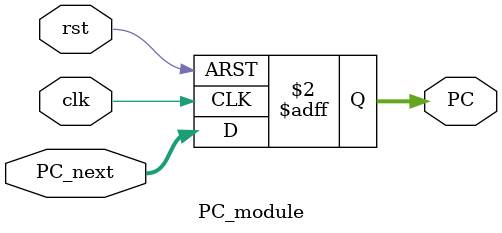
<source format=sv>
module PC_module(
	input clk, rst,
	input [31:0] PC_next,
	output reg [31:0] PC
);

	always @(posedge clk or posedge rst) 
	begin
		if (rst)
			PC<= {32{1'b0}};
		else
			PC <= PC_next;
	end
endmodule
</source>
